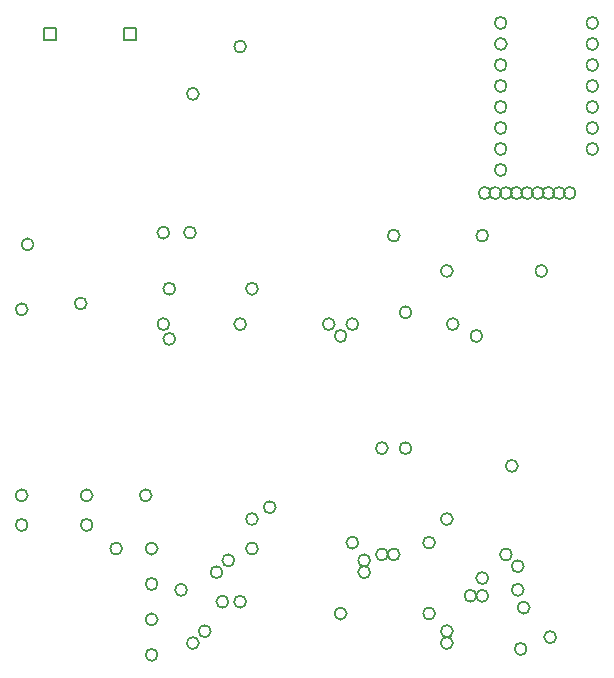
<source format=gbr>
G04*
G04 #@! TF.GenerationSoftware,Altium Limited,Altium Designer,25.5.2 (35)*
G04*
G04 Layer_Color=2752767*
%FSLAX25Y25*%
%MOIN*%
G70*
G04*
G04 #@! TF.SameCoordinates,38EB6A6A-CC72-40A8-BBF4-0EDFD8540081*
G04*
G04*
G04 #@! TF.FilePolarity,Positive*
G04*
G01*
G75*
%ADD14C,0.00500*%
%ADD75C,0.00667*%
D14*
X9417Y207055D02*
Y211055D01*
X13417D01*
Y207055D01*
X9417D01*
X36189D02*
Y211055D01*
X40189D01*
Y207055D01*
X36189D01*
D75*
X76803Y204724D02*
G03*
X76803Y204724I-2000J0D01*
G01*
X3968Y45276D02*
G03*
X3968Y45276I-2000J0D01*
G01*
Y55118D02*
G03*
X3968Y55118I-2000J0D01*
G01*
X45307D02*
G03*
X45307Y55118I-2000J0D01*
G01*
X25622D02*
G03*
X25622Y55118I-2000J0D01*
G01*
Y45276D02*
G03*
X25622Y45276I-2000J0D01*
G01*
X35465Y37402D02*
G03*
X35465Y37402I-2000J0D01*
G01*
X47276D02*
G03*
X47276Y37402I-2000J0D01*
G01*
Y25591D02*
G03*
X47276Y25591I-2000J0D01*
G01*
Y13780D02*
G03*
X47276Y13780I-2000J0D01*
G01*
Y1969D02*
G03*
X47276Y1969I-2000J0D01*
G01*
X158299Y155905D02*
G03*
X158299Y155905I-2000J0D01*
G01*
X161843D02*
G03*
X161843Y155905I-2000J0D01*
G01*
X165386D02*
G03*
X165386Y155905I-2000J0D01*
G01*
X168929D02*
G03*
X168929Y155905I-2000J0D01*
G01*
X172472D02*
G03*
X172472Y155905I-2000J0D01*
G01*
X176016D02*
G03*
X176016Y155905I-2000J0D01*
G01*
X179559D02*
G03*
X179559Y155905I-2000J0D01*
G01*
X183102D02*
G03*
X183102Y155905I-2000J0D01*
G01*
X186646D02*
G03*
X186646Y155905I-2000J0D01*
G01*
X180150Y7874D02*
G03*
X180150Y7874I-2000J0D01*
G01*
X61055Y188976D02*
G03*
X61055Y188976I-2000J0D01*
G01*
X86646Y51181D02*
G03*
X86646Y51181I-2000J0D01*
G01*
X80740Y37402D02*
G03*
X80740Y37402I-2000J0D01*
G01*
X70898Y19685D02*
G03*
X70898Y19685I-2000J0D01*
G01*
X53181Y107283D02*
G03*
X53181Y107283I-2000J0D01*
G01*
X5937Y138779D02*
G03*
X5937Y138779I-2000J0D01*
G01*
X23653Y119095D02*
G03*
X23653Y119095I-2000J0D01*
G01*
X194200Y205600D02*
G03*
X194200Y205600I-2000J0D01*
G01*
X163613Y163600D02*
G03*
X163613Y163600I-2000J0D01*
G01*
X194200Y170600D02*
G03*
X194200Y170600I-2000J0D01*
G01*
X163613D02*
G03*
X163613Y170600I-2000J0D01*
G01*
X194200Y177600D02*
G03*
X194200Y177600I-2000J0D01*
G01*
X163613D02*
G03*
X163613Y177600I-2000J0D01*
G01*
X194200Y184600D02*
G03*
X194200Y184600I-2000J0D01*
G01*
X163613D02*
G03*
X163613Y184600I-2000J0D01*
G01*
X194200Y191600D02*
G03*
X194200Y191600I-2000J0D01*
G01*
X163613D02*
G03*
X163613Y191600I-2000J0D01*
G01*
X194200Y198600D02*
G03*
X194200Y198600I-2000J0D01*
G01*
X163613D02*
G03*
X163613Y198600I-2000J0D01*
G01*
X194200Y212600D02*
G03*
X194200Y212600I-2000J0D01*
G01*
X163613D02*
G03*
X163613Y212600I-2000J0D01*
G01*
X163700Y205600D02*
G03*
X163700Y205600I-2000J0D01*
G01*
X145701Y129921D02*
G03*
X145701Y129921I-2000J0D01*
G01*
X131921Y116142D02*
G03*
X131921Y116142I-2000J0D01*
G01*
X106331Y112205D02*
G03*
X106331Y112205I-2000J0D01*
G01*
X170307Y3937D02*
G03*
X170307Y3937I-2000J0D01*
G01*
X3968Y117126D02*
G03*
X3968Y117126I-2000J0D01*
G01*
X124047Y35433D02*
G03*
X124047Y35433I-2000J0D01*
G01*
Y70866D02*
G03*
X124047Y70866I-2000J0D01*
G01*
X131921D02*
G03*
X131921Y70866I-2000J0D01*
G01*
X169323Y31496D02*
G03*
X169323Y31496I-2000J0D01*
G01*
X167354Y64961D02*
G03*
X167354Y64961I-2000J0D01*
G01*
X139795Y39370D02*
G03*
X139795Y39370I-2000J0D01*
G01*
X114205D02*
G03*
X114205Y39370I-2000J0D01*
G01*
Y112205D02*
G03*
X114205Y112205I-2000J0D01*
G01*
X147669D02*
G03*
X147669Y112205I-2000J0D01*
G01*
X127984Y35433D02*
G03*
X127984Y35433I-2000J0D01*
G01*
Y141732D02*
G03*
X127984Y141732I-2000J0D01*
G01*
X157512D02*
G03*
X157512Y141732I-2000J0D01*
G01*
X165386Y35433D02*
G03*
X165386Y35433I-2000J0D01*
G01*
X139795Y15748D02*
G03*
X139795Y15748I-2000J0D01*
G01*
X110268D02*
G03*
X110268Y15748I-2000J0D01*
G01*
Y108268D02*
G03*
X110268Y108268I-2000J0D01*
G01*
X155543D02*
G03*
X155543Y108268I-2000J0D01*
G01*
X177197Y129921D02*
G03*
X177197Y129921I-2000J0D01*
G01*
X51213Y142717D02*
G03*
X51213Y142717I-2000J0D01*
G01*
X60071D02*
G03*
X60071Y142717I-2000J0D01*
G01*
X72866Y33465D02*
G03*
X72866Y33465I-2000J0D01*
G01*
X118142D02*
G03*
X118142Y33465I-2000J0D01*
G01*
X68929Y29528D02*
G03*
X68929Y29528I-2000J0D01*
G01*
X118142D02*
G03*
X118142Y29528I-2000J0D01*
G01*
X76803Y19685D02*
G03*
X76803Y19685I-2000J0D01*
G01*
X171291Y17717D02*
G03*
X171291Y17717I-2000J0D01*
G01*
X76803Y112205D02*
G03*
X76803Y112205I-2000J0D01*
G01*
X51213D02*
G03*
X51213Y112205I-2000J0D01*
G01*
X145701Y47244D02*
G03*
X145701Y47244I-2000J0D01*
G01*
X80740Y124016D02*
G03*
X80740Y124016I-2000J0D01*
G01*
X53181D02*
G03*
X53181Y124016I-2000J0D01*
G01*
X80740Y47244D02*
G03*
X80740Y47244I-2000J0D01*
G01*
X157512Y27559D02*
G03*
X157512Y27559I-2000J0D01*
G01*
X169323Y23642D02*
G03*
X169323Y23642I-2000J0D01*
G01*
X153575Y21654D02*
G03*
X153575Y21654I-2000J0D01*
G01*
X157512D02*
G03*
X157512Y21654I-2000J0D01*
G01*
X57118Y23622D02*
G03*
X57118Y23622I-2000J0D01*
G01*
X145701Y5906D02*
G03*
X145701Y5906I-2000J0D01*
G01*
Y9843D02*
G03*
X145701Y9843I-2000J0D01*
G01*
X64992D02*
G03*
X64992Y9843I-2000J0D01*
G01*
X61055Y5906D02*
G03*
X61055Y5906I-2000J0D01*
G01*
M02*

</source>
